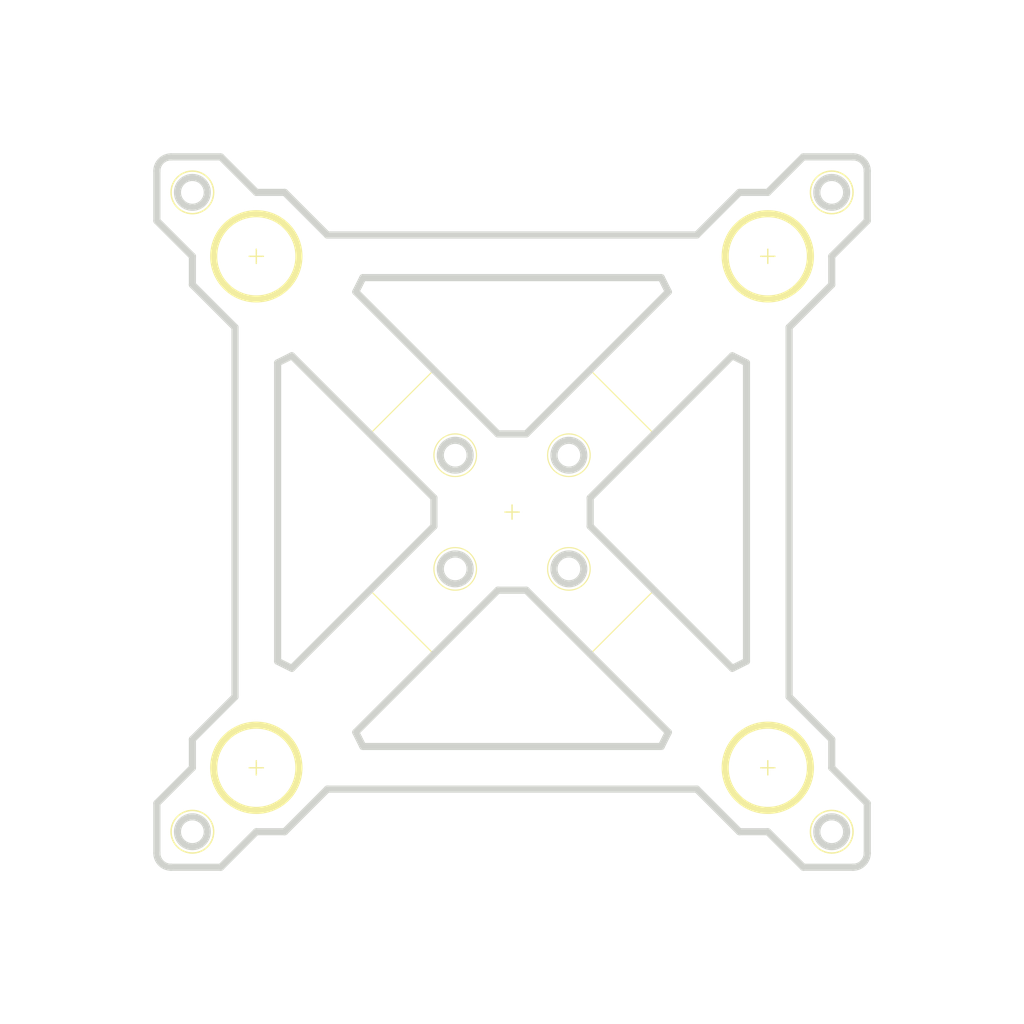
<source format=kicad_pcb>
(kicad_pcb (version 20171130) (host pcbnew 5.1.8)

  (general
    (thickness 1.6)
    (drawings 178)
    (tracks 0)
    (zones 0)
    (modules 0)
    (nets 1)
  )

  (page A4)
  (title_block
    (title "FM02-B-1 PCB")
    (date 2020-11-18)
    (rev v0.1)
    (company sceext)
  )

  (layers
    (0 F.Cu mixed)
    (31 B.Cu mixed)
    (32 B.Adhes user)
    (33 F.Adhes user)
    (34 B.Paste user)
    (35 F.Paste user)
    (36 B.SilkS user)
    (37 F.SilkS user)
    (38 B.Mask user)
    (39 F.Mask user)
    (40 Dwgs.User user)
    (41 Cmts.User user)
    (42 Eco1.User user)
    (43 Eco2.User user)
    (44 Edge.Cuts user)
    (45 Margin user)
    (46 B.CrtYd user)
    (47 F.CrtYd user)
    (48 B.Fab user)
    (49 F.Fab user)
  )

  (setup
    (last_trace_width 0.16)
    (user_trace_width 0.2)
    (user_trace_width 0.3)
    (user_trace_width 0.4)
    (user_trace_width 0.5)
    (user_trace_width 1)
    (trace_clearance 0.16)
    (zone_clearance 0.01)
    (zone_45_only no)
    (trace_min 0.16)
    (via_size 0.6)
    (via_drill 0.3)
    (via_min_size 0.6)
    (via_min_drill 0.3)
    (user_via 0.6 0.3)
    (user_via 0.8 0.4)
    (user_via 1 0.5)
    (uvia_size 0.59)
    (uvia_drill 0.29)
    (uvias_allowed no)
    (uvia_min_size 0.59)
    (uvia_min_drill 0.29)
    (edge_width 1)
    (segment_width 0.16)
    (pcb_text_width 0.12)
    (pcb_text_size 0.5 1)
    (mod_edge_width 0.16)
    (mod_text_size 0.5 1)
    (mod_text_width 0.12)
    (pad_size 1.524 1.524)
    (pad_drill 0.762)
    (pad_to_mask_clearance 0)
    (aux_axis_origin 54 154)
    (grid_origin 104 104)
    (visible_elements FFFDFF7F)
    (pcbplotparams
      (layerselection 0x010fc_ffffffff)
      (usegerberextensions false)
      (usegerberattributes true)
      (usegerberadvancedattributes true)
      (creategerberjobfile true)
      (excludeedgelayer true)
      (linewidth 0.100000)
      (plotframeref false)
      (viasonmask false)
      (mode 1)
      (useauxorigin false)
      (hpglpennumber 1)
      (hpglpenspeed 20)
      (hpglpendiameter 15.000000)
      (psnegative false)
      (psa4output false)
      (plotreference true)
      (plotvalue true)
      (plotinvisibletext false)
      (padsonsilk false)
      (subtractmaskfromsilk false)
      (outputformat 1)
      (mirror false)
      (drillshape 1)
      (scaleselection 1)
      (outputdirectory ""))
  )

  (net 0 "")

  (net_class Default "This is the default net class."
    (clearance 0.16)
    (trace_width 0.16)
    (via_dia 0.6)
    (via_drill 0.3)
    (uvia_dia 0.59)
    (uvia_drill 0.29)
    (diff_pair_width 0.16)
    (diff_pair_gap 0.16)
  )

  (dimension 100 (width 0.16) (layer Cmts.User)
    (gr_text "100.000 mm" (at 104 42.72) (layer Cmts.User)
      (effects (font (size 1 0.5) (thickness 0.12)))
    )
    (feature1 (pts (xy 154 54) (xy 154 43.413579)))
    (feature2 (pts (xy 54 54) (xy 54 43.413579)))
    (crossbar (pts (xy 54 44) (xy 154 44)))
    (arrow1a (pts (xy 154 44) (xy 152.873496 44.586421)))
    (arrow1b (pts (xy 154 44) (xy 152.873496 43.413579)))
    (arrow2a (pts (xy 54 44) (xy 55.126504 44.586421)))
    (arrow2b (pts (xy 54 44) (xy 55.126504 43.413579)))
  )
  (dimension 100 (width 0.16) (layer Cmts.User)
    (gr_text "100.000 mm" (at 42.72 104 90) (layer Cmts.User)
      (effects (font (size 1 0.5) (thickness 0.12)))
    )
    (feature1 (pts (xy 54 54) (xy 43.413579 54)))
    (feature2 (pts (xy 54 154) (xy 43.413579 154)))
    (crossbar (pts (xy 44 154) (xy 44 54)))
    (arrow1a (pts (xy 44 54) (xy 44.586421 55.126504)))
    (arrow1b (pts (xy 44 54) (xy 43.413579 55.126504)))
    (arrow2a (pts (xy 44 154) (xy 44.586421 152.873496)))
    (arrow2b (pts (xy 44 154) (xy 43.413579 152.873496)))
  )
  (gr_line (start 71 83) (end 73 82) (layer Edge.Cuts) (width 1) (tstamp 5FB3FE9F))
  (gr_line (start 82 73) (end 83 71) (layer Edge.Cuts) (width 1) (tstamp 5FB3FE89))
  (gr_line (start 125 71) (end 126 73) (layer Edge.Cuts) (width 1) (tstamp 5FB3FE75))
  (gr_line (start 135 82) (end 137 83) (layer Edge.Cuts) (width 1) (tstamp 5FB3FE61))
  (gr_line (start 71 125) (end 73 126) (layer Edge.Cuts) (width 1) (tstamp 5FB3FE42))
  (gr_line (start 82 135) (end 83 137) (layer Edge.Cuts) (width 1) (tstamp 5FB3FE2E))
  (gr_line (start 135 126) (end 137 125) (layer Edge.Cuts) (width 1) (tstamp 5FB3FE0D))
  (gr_line (start 125 137) (end 126 135) (layer Edge.Cuts) (width 1) (tstamp 5FB3FDED))
  (gr_line (start 140 141) (end 140 139) (layer F.SilkS) (width 0.2))
  (gr_line (start 139 140) (end 141 140) (layer F.SilkS) (width 0.2))
  (gr_line (start 68 139) (end 68 141) (layer F.SilkS) (width 0.2))
  (gr_line (start 67 140) (end 69 140) (layer F.SilkS) (width 0.2))
  (gr_line (start 140 67) (end 140 69) (layer F.SilkS) (width 0.2))
  (gr_line (start 139 68) (end 141 68) (layer F.SilkS) (width 0.2))
  (gr_line (start 104 105) (end 104 103) (layer F.SilkS) (width 0.2))
  (gr_line (start 103 104) (end 105 104) (layer F.SilkS) (width 0.2))
  (gr_line (start 68 69) (end 68 67) (layer F.SilkS) (width 0.2))
  (gr_line (start 67 68) (end 69 68) (layer F.SilkS) (width 0.2))
  (gr_circle (center 68 68) (end 74 68) (layer F.SilkS) (width 1))
  (gr_line (start 65 130) (end 65 78) (layer Edge.Cuts) (width 1) (tstamp 5FB3FC0E))
  (gr_line (start 71 83) (end 71 125) (layer Edge.Cuts) (width 1) (tstamp 5FB3FC0A))
  (gr_line (start 78 65) (end 130 65) (layer Edge.Cuts) (width 1) (tstamp 5FB3FC03))
  (gr_line (start 83 71) (end 125 71) (layer Edge.Cuts) (width 1) (tstamp 5FB3FBFF))
  (gr_line (start 143 130) (end 143 78) (layer Edge.Cuts) (width 1) (tstamp 5FB3FBF9))
  (gr_line (start 137 83) (end 137 125) (layer Edge.Cuts) (width 1) (tstamp 5FB3FBF4))
  (gr_line (start 78 143) (end 130 143) (layer Edge.Cuts) (width 1) (tstamp 5FB3FBEF))
  (gr_line (start 83 137) (end 125 137) (layer Edge.Cuts) (width 1) (tstamp 5FB3FBE7))
  (gr_line (start 126 135) (end 115 124) (layer Edge.Cuts) (width 1) (tstamp 5FB3FBD1))
  (gr_line (start 135 126) (end 124 115) (layer Edge.Cuts) (width 1) (tstamp 5FB3FBCB))
  (gr_line (start 149 136) (end 143 130) (layer Edge.Cuts) (width 1))
  (gr_line (start 149 140) (end 149 136) (layer Edge.Cuts) (width 1))
  (gr_line (start 154 145) (end 149 140) (layer Edge.Cuts) (width 1))
  (gr_line (start 154 152) (end 154 145) (layer Edge.Cuts) (width 1))
  (gr_line (start 136 149) (end 130 143) (layer Edge.Cuts) (width 1))
  (gr_line (start 140 149) (end 136 149) (layer Edge.Cuts) (width 1))
  (gr_line (start 145 154) (end 140 149) (layer Edge.Cuts) (width 1))
  (gr_line (start 152 154) (end 145 154) (layer Edge.Cuts) (width 1))
  (gr_line (start 82 135) (end 93 124) (layer Edge.Cuts) (width 1) (tstamp 5FB3FBA1))
  (gr_line (start 73 126) (end 84 115) (layer Edge.Cuts) (width 1) (tstamp 5FB3FB9D))
  (gr_line (start 72 149) (end 78 143) (layer Edge.Cuts) (width 1))
  (gr_line (start 68 149) (end 72 149) (layer Edge.Cuts) (width 1))
  (gr_line (start 63 154) (end 68 149) (layer Edge.Cuts) (width 1))
  (gr_line (start 56 154) (end 63 154) (layer Edge.Cuts) (width 1))
  (gr_line (start 59 136) (end 65 130) (layer Edge.Cuts) (width 1))
  (gr_line (start 59 140) (end 59 136) (layer Edge.Cuts) (width 1))
  (gr_line (start 54 145) (end 59 140) (layer Edge.Cuts) (width 1))
  (gr_line (start 54 152) (end 54 145) (layer Edge.Cuts) (width 1))
  (gr_line (start 135 82) (end 124 93) (layer Edge.Cuts) (width 1) (tstamp 5FB3FB74))
  (gr_line (start 149 72) (end 143 78) (layer Edge.Cuts) (width 1))
  (gr_line (start 149 68) (end 149 72) (layer Edge.Cuts) (width 1))
  (gr_line (start 154 63) (end 149 68) (layer Edge.Cuts) (width 1))
  (gr_line (start 154 56) (end 154 63) (layer Edge.Cuts) (width 1))
  (gr_line (start 126 73) (end 115 84) (layer Edge.Cuts) (width 1) (tstamp 5FB3FB62))
  (gr_line (start 136 59) (end 130 65) (layer Edge.Cuts) (width 1))
  (gr_line (start 140 59) (end 136 59) (layer Edge.Cuts) (width 1))
  (gr_line (start 145 54) (end 140 59) (layer Edge.Cuts) (width 1))
  (gr_line (start 152 54) (end 145 54) (layer Edge.Cuts) (width 1))
  (gr_line (start 59 72) (end 65 78) (layer Edge.Cuts) (width 1))
  (gr_line (start 73 82) (end 84 93) (layer Edge.Cuts) (width 1) (tstamp 5FB3FB3F))
  (gr_line (start 82 73) (end 93 84) (layer Edge.Cuts) (width 1) (tstamp 5FB3FB39))
  (gr_line (start 72 59) (end 78 65) (layer Edge.Cuts) (width 1))
  (gr_line (start 59 68) (end 59 72) (layer Edge.Cuts) (width 1))
  (gr_line (start 54 63) (end 59 68) (layer Edge.Cuts) (width 1))
  (gr_line (start 54 56) (end 54 63) (layer Edge.Cuts) (width 1))
  (gr_line (start 68 59) (end 72 59) (layer Edge.Cuts) (width 1))
  (gr_line (start 63 54) (end 68 59) (layer Edge.Cuts) (width 1))
  (gr_line (start 56 54) (end 63 54) (layer Edge.Cuts) (width 1))
  (gr_arc (start 56 56) (end 56 54) (angle -90) (layer Edge.Cuts) (width 1))
  (gr_arc (start 56 152) (end 54 152) (angle -90) (layer Edge.Cuts) (width 1))
  (gr_arc (start 152 152) (end 152 154) (angle -90) (layer Edge.Cuts) (width 1))
  (gr_arc (start 152 56) (end 154 56) (angle -90) (layer Edge.Cuts) (width 1))
  (gr_circle (center 149 149) (end 151.1 149) (layer Edge.Cuts) (width 1))
  (gr_circle (center 149 59) (end 151.1 59) (layer Edge.Cuts) (width 1))
  (gr_circle (center 59 59) (end 61.1 59) (layer Edge.Cuts) (width 1))
  (gr_circle (center 59 149) (end 61.1 149) (layer Edge.Cuts) (width 1))
  (gr_circle (center 59 149) (end 62 149) (layer F.SilkS) (width 0.2))
  (gr_circle (center 149 149) (end 152 149) (layer F.SilkS) (width 0.2))
  (gr_circle (center 149 59) (end 152 59) (layer F.SilkS) (width 0.2))
  (gr_circle (center 59 59) (end 62 59) (layer F.SilkS) (width 0.2))
  (gr_line (start 93 124) (end 84 115) (layer F.SilkS) (width 0.16) (tstamp 5FB3F95C))
  (gr_line (start 124 115) (end 115 124) (layer F.SilkS) (width 0.16) (tstamp 5FB3F958))
  (gr_line (start 115 84) (end 124 93) (layer F.SilkS) (width 0.16) (tstamp 5FB3F954))
  (gr_line (start 84 93) (end 93 84) (layer F.SilkS) (width 0.16) (tstamp 5FB3F950))
  (gr_line (start 93 106) (end 93 102) (layer F.SilkS) (width 0.16) (tstamp 5FB3F94C))
  (gr_line (start 106 115) (end 102 115) (layer F.SilkS) (width 0.16) (tstamp 5FB3F948))
  (gr_line (start 115 102) (end 115 106) (layer F.SilkS) (width 0.16) (tstamp 5FB3F945))
  (gr_line (start 102 93) (end 106 93) (layer F.SilkS) (width 0.16) (tstamp 5FB3F941))
  (gr_line (start 54 141) (end 71 124) (layer Cmts.User) (width 0.16))
  (gr_line (start 67 154) (end 84 137) (layer Cmts.User) (width 0.16))
  (gr_line (start 141 154) (end 124 137) (layer Cmts.User) (width 0.16))
  (gr_line (start 154 141) (end 137 124) (layer Cmts.User) (width 0.16))
  (gr_line (start 154 67) (end 137 84) (layer Cmts.User) (width 0.16))
  (gr_line (start 141 54) (end 124 71) (layer Cmts.User) (width 0.16))
  (gr_line (start 54 67) (end 71 84) (layer Cmts.User) (width 0.16))
  (gr_line (start 67 54) (end 84 71) (layer Cmts.User) (width 0.16))
  (gr_circle (center 68 140) (end 77 140) (layer Cmts.User) (width 0.16))
  (gr_circle (center 140 140) (end 149 140) (layer Cmts.User) (width 0.16) (tstamp 5FB3F7BD))
  (gr_circle (center 140 68) (end 149 68) (layer Cmts.User) (width 0.16) (tstamp 5FB3F7B3))
  (gr_circle (center 68 68) (end 77 68) (layer Cmts.User) (width 0.16))
  (gr_circle (center 68 140) (end 74 140) (layer F.SilkS) (width 1))
  (gr_circle (center 140 140) (end 146 140) (layer F.SilkS) (width 1))
  (gr_circle (center 140 68) (end 146 68) (layer F.SilkS) (width 1))
  (gr_circle (center 96 112) (end 98.1 112) (layer Edge.Cuts) (width 1))
  (gr_circle (center 112 112) (end 114.1 112) (layer Edge.Cuts) (width 1))
  (gr_circle (center 112 96) (end 114.1 96) (layer Edge.Cuts) (width 1))
  (gr_circle (center 96 96) (end 98.1 96) (layer Edge.Cuts) (width 1))
  (gr_circle (center 112 112) (end 115 112) (layer F.SilkS) (width 0.16))
  (gr_circle (center 96 112) (end 96 115) (layer F.SilkS) (width 0.16))
  (gr_circle (center 96 96) (end 96 93) (layer F.SilkS) (width 0.16))
  (gr_circle (center 112 96) (end 115 96) (layer F.SilkS) (width 0.16))
  (gr_line (start 93 102) (end 84 93) (layer Edge.Cuts) (width 1))
  (gr_line (start 93 106) (end 93 102) (layer Edge.Cuts) (width 1))
  (gr_line (start 84 115) (end 93 106) (layer Edge.Cuts) (width 1))
  (gr_line (start 102 115) (end 93 124) (layer Edge.Cuts) (width 1))
  (gr_line (start 106 115) (end 102 115) (layer Edge.Cuts) (width 1))
  (gr_line (start 115 124) (end 106 115) (layer Edge.Cuts) (width 1))
  (gr_line (start 115 106) (end 124 115) (layer Edge.Cuts) (width 1))
  (gr_line (start 115 102) (end 115 106) (layer Edge.Cuts) (width 1))
  (gr_line (start 124 93) (end 115 102) (layer Edge.Cuts) (width 1))
  (gr_line (start 106 93) (end 115 84) (layer Edge.Cuts) (width 1))
  (gr_line (start 102 93) (end 106 93) (layer Edge.Cuts) (width 1))
  (gr_line (start 93 84) (end 102 93) (layer Edge.Cuts) (width 1))
  (gr_line (start 115 102) (end 124 93) (layer F.SilkS) (width 0.16))
  (gr_line (start 115 106) (end 124 115) (layer F.SilkS) (width 0.16))
  (gr_line (start 106 115) (end 115 124) (layer F.SilkS) (width 0.16))
  (gr_line (start 102 115) (end 93 124) (layer F.SilkS) (width 0.16))
  (gr_line (start 93 106) (end 84 115) (layer F.SilkS) (width 0.16))
  (gr_line (start 93 102) (end 84 93) (layer F.SilkS) (width 0.16))
  (gr_line (start 106 93) (end 115 84) (layer F.SilkS) (width 0.16))
  (gr_line (start 102 93) (end 93 84) (layer F.SilkS) (width 0.16))
  (gr_line (start 140 140) (end 149 140) (layer Cmts.User) (width 0.16))
  (gr_line (start 140 140) (end 140 149) (layer Cmts.User) (width 0.16))
  (gr_line (start 68 140) (end 59 140) (layer Cmts.User) (width 0.16))
  (gr_line (start 68 140) (end 68 149) (layer Cmts.User) (width 0.16))
  (gr_line (start 140 68) (end 140 59) (layer Cmts.User) (width 0.16))
  (gr_line (start 140 68) (end 149 68) (layer Cmts.User) (width 0.16))
  (gr_line (start 68 68) (end 68 59) (layer Cmts.User) (width 0.16))
  (gr_line (start 68 68) (end 59 68) (layer Cmts.User) (width 0.16))
  (gr_line (start 74 143) (end 134 143) (layer Cmts.User) (width 0.16))
  (gr_line (start 80 137) (end 128 137) (layer Cmts.User) (width 0.16))
  (gr_line (start 65 134) (end 65 74) (layer Cmts.User) (width 0.16))
  (gr_line (start 71 80) (end 71 128) (layer Cmts.User) (width 0.16))
  (gr_line (start 74 65) (end 134 65) (layer Cmts.User) (width 0.16))
  (gr_line (start 128 71) (end 80 71) (layer Cmts.User) (width 0.16))
  (gr_line (start 143 74) (end 143 134) (layer Cmts.User) (width 0.16))
  (gr_line (start 137 80) (end 137 128) (layer Cmts.User) (width 0.16))
  (gr_line (start 93 102) (end 54 63) (layer Cmts.User) (width 0.16))
  (gr_line (start 102 93) (end 63 54) (layer Cmts.User) (width 0.16))
  (gr_line (start 106 93) (end 145 54) (layer Cmts.User) (width 0.16))
  (gr_line (start 115 102) (end 154 63) (layer Cmts.User) (width 0.16))
  (gr_line (start 115 106) (end 154 145) (layer Cmts.User) (width 0.16))
  (gr_line (start 106 115) (end 145 154) (layer Cmts.User) (width 0.16))
  (gr_line (start 102 115) (end 63 154) (layer Cmts.User) (width 0.16))
  (gr_line (start 93 106) (end 54 145) (layer Cmts.User) (width 0.16))
  (gr_line (start 93 115) (end 93 93) (layer Cmts.User) (width 0.16) (tstamp 5FB3F35E))
  (gr_line (start 115 115) (end 93 115) (layer Cmts.User) (width 0.16))
  (gr_line (start 115 93) (end 115 115) (layer Cmts.User) (width 0.16))
  (gr_line (start 93 93) (end 115 93) (layer Cmts.User) (width 0.16))
  (gr_circle (center 68 68) (end 104 68) (layer Cmts.User) (width 0.16) (tstamp 5FB3F31F))
  (gr_circle (center 140 68) (end 140 104) (layer Cmts.User) (width 0.16) (tstamp 5FB3F2FC))
  (gr_circle (center 68 140) (end 68 104) (layer Cmts.User) (width 0.16) (tstamp 5FB3F2F2))
  (gr_circle (center 140 140) (end 104 140) (layer Cmts.User) (width 0.16) (tstamp 5FB3F2EB))
  (gr_line (start 68 140) (end 68 68) (layer Cmts.User) (width 0.16) (tstamp 5FB3F232))
  (gr_line (start 140 140) (end 68 140) (layer Cmts.User) (width 0.16))
  (gr_line (start 140 68) (end 140 140) (layer Cmts.User) (width 0.16))
  (gr_line (start 68 68) (end 140 68) (layer Cmts.User) (width 0.16))
  (gr_line (start 104 104) (end 104 140) (layer Cmts.User) (width 0.16))
  (gr_line (start 104 104) (end 104 68) (layer Cmts.User) (width 0.16))
  (gr_line (start 104 104) (end 68 104) (layer Cmts.User) (width 0.16))
  (gr_line (start 104 104) (end 140 104) (layer Cmts.User) (width 0.16))
  (gr_line (start 54 154) (end 154 54) (layer Cmts.User) (width 0.16) (tstamp 5FB3F16E))
  (gr_line (start 54 54) (end 154 154) (layer Cmts.User) (width 0.16) (tstamp 5FB3F164))
  (gr_line (start 54 154) (end 54 54) (layer Cmts.User) (width 0.16) (tstamp 5FB3F159))
  (gr_line (start 154 154) (end 54 154) (layer Cmts.User) (width 0.16))
  (gr_line (start 154 54) (end 154 154) (layer Cmts.User) (width 0.16))
  (gr_line (start 54 54) (end 154 54) (layer Cmts.User) (width 0.16))

)

</source>
